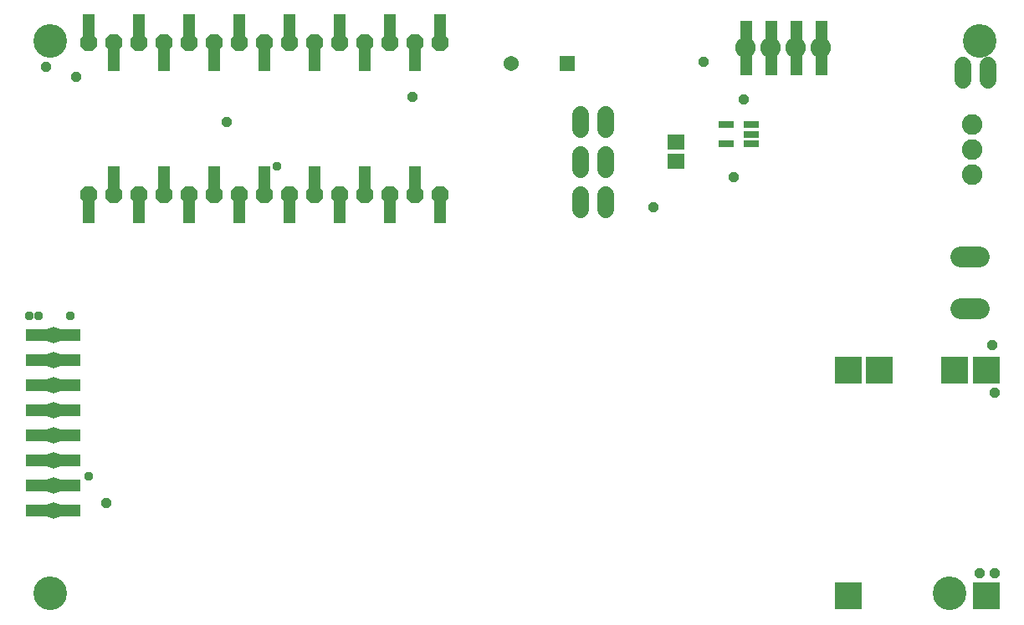
<source format=gbr>
G04 EAGLE Gerber RS-274X export*
G75*
%MOMM*%
%FSLAX34Y34*%
%LPD*%
%INSoldermask Top*%
%IPPOS*%
%AMOC8*
5,1,8,0,0,1.08239X$1,22.5*%
G01*
%ADD10C,3.403200*%
%ADD11C,1.727200*%
%ADD12C,1.676400*%
%ADD13R,2.703200X2.703200*%
%ADD14C,2.082800*%
%ADD15P,1.852186X8X112.500000*%
%ADD16P,1.852186X8X292.500000*%
%ADD17R,1.503200X0.753200*%
%ADD18R,1.703200X1.503200*%
%ADD19R,1.203200X2.703200*%
%ADD20R,2.203200X1.203200*%
%ADD21R,1.203200X2.203200*%
%ADD22C,2.082800*%
%ADD23R,1.536700X1.536700*%
%ADD24P,1.038661X8X22.500000*%
%ADD25C,0.959600*%
%ADD26C,1.536700*%


D10*
X30000Y590000D03*
X30000Y30000D03*
X940000Y30000D03*
X970000Y590000D03*
D11*
X591960Y515620D02*
X591960Y500380D01*
X566560Y500380D02*
X566560Y515620D01*
X978510Y549910D02*
X978510Y565150D01*
X953110Y565150D02*
X953110Y549910D01*
X591960Y434340D02*
X591960Y419100D01*
X566560Y419100D02*
X566560Y434340D01*
X591960Y459740D02*
X591960Y474980D01*
X566560Y474980D02*
X566560Y459740D01*
D12*
X33020Y114300D03*
X33020Y139700D03*
X33020Y165100D03*
X33020Y190500D03*
X33020Y215900D03*
X33020Y241300D03*
X33020Y266700D03*
X33020Y292100D03*
D13*
X837190Y27530D03*
X976890Y27530D03*
X868940Y256130D03*
X945140Y256130D03*
X837190Y256130D03*
X976890Y256130D03*
D14*
X962800Y454300D03*
X962800Y479700D03*
X962800Y505100D03*
D15*
X424250Y587606D03*
X398850Y587606D03*
X373450Y587606D03*
X348050Y587606D03*
X322650Y587606D03*
X297250Y587606D03*
X271850Y587606D03*
X246450Y587606D03*
X221050Y587606D03*
X195650Y587606D03*
X170250Y587606D03*
X144850Y587606D03*
X424250Y434190D03*
X398850Y434190D03*
X373450Y434190D03*
X221050Y434190D03*
X195650Y434190D03*
X170250Y434190D03*
X144850Y434190D03*
X68650Y434190D03*
X68650Y587606D03*
X94050Y587606D03*
X119450Y587606D03*
D16*
X94050Y434190D03*
X119450Y434190D03*
D15*
X348050Y434190D03*
D16*
X246450Y434190D03*
X271850Y434190D03*
X297250Y434190D03*
X322650Y434190D03*
D14*
X809720Y582880D03*
X784320Y582880D03*
X758920Y582880D03*
X733520Y582880D03*
D17*
X739080Y504800D03*
X739080Y495300D03*
X739080Y485800D03*
X714080Y504800D03*
X714080Y485800D03*
D18*
X663080Y487020D03*
X663080Y468020D03*
D19*
X68580Y602890D03*
X93980Y572490D03*
X119380Y602890D03*
X144780Y572490D03*
X170180Y602890D03*
X195580Y572490D03*
X220980Y602890D03*
X246380Y572490D03*
X271780Y602890D03*
X297180Y572490D03*
X322580Y602890D03*
X347980Y572490D03*
X373380Y602890D03*
X398780Y572490D03*
X424180Y602890D03*
X424180Y419074D03*
X398780Y449474D03*
X373380Y419074D03*
X347980Y449474D03*
X322580Y419074D03*
X297180Y449474D03*
X271780Y419074D03*
X246380Y449474D03*
X220980Y419074D03*
X195580Y449474D03*
X170180Y419074D03*
X144780Y449474D03*
X119380Y419074D03*
X93980Y449474D03*
X68580Y419074D03*
D20*
X49520Y266700D03*
X49520Y215900D03*
X49520Y165100D03*
X16520Y292100D03*
X16520Y241300D03*
X16520Y190500D03*
X16520Y139700D03*
X16520Y114300D03*
X49520Y139700D03*
X16520Y165100D03*
X49520Y190500D03*
X16520Y215900D03*
X49520Y241300D03*
X16520Y266700D03*
X49520Y292100D03*
X49520Y114300D03*
D21*
X759310Y599240D03*
X810110Y599240D03*
X733910Y566240D03*
X784710Y566240D03*
X810110Y566240D03*
X784710Y599240D03*
X759310Y566240D03*
X733910Y599240D03*
D22*
X950844Y370910D02*
X969640Y370910D01*
X969640Y318840D02*
X950844Y318840D01*
D23*
X552622Y567180D03*
D24*
X396240Y533400D03*
X55880Y553720D03*
X25400Y563880D03*
X86360Y121920D03*
X985520Y50800D03*
X970280Y50800D03*
X985520Y233680D03*
X982980Y281940D03*
X721360Y452120D03*
X640080Y421640D03*
X731520Y530860D03*
X690880Y568960D03*
X208280Y508000D03*
D25*
X68580Y148590D03*
X259080Y462534D03*
X17526Y310896D03*
X8382Y310896D03*
X50292Y310896D03*
D26*
X495860Y567180D03*
M02*

</source>
